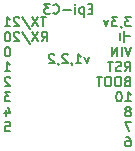
<source format=gbr>
%TF.GenerationSoftware,KiCad,Pcbnew,8.0.4-8.0.4-0~ubuntu24.04.1*%
%TF.CreationDate,2024-08-16T16:11:10+02:00*%
%TF.ProjectId,epi_ESP32 (2023_01_16 13_30_41 UTC),6570695f-4553-4503-9332-202832303233,1_1*%
%TF.SameCoordinates,Original*%
%TF.FileFunction,Legend,Bot*%
%TF.FilePolarity,Positive*%
%FSLAX46Y46*%
G04 Gerber Fmt 4.6, Leading zero omitted, Abs format (unit mm)*
G04 Created by KiCad (PCBNEW 8.0.4-8.0.4-0~ubuntu24.04.1) date 2024-08-16 16:11:10*
%MOMM*%
%LPD*%
G01*
G04 APERTURE LIST*
%ADD10C,0.160000*%
G04 APERTURE END LIST*
D10*
X108670000Y-58120000D02*
X108670000Y-58720000D01*
X108970000Y-58420000D02*
X108970000Y-58920000D01*
X109470000Y-58420000D02*
X108970000Y-58420000D01*
X108970000Y-58420000D02*
X108970000Y-57920000D01*
X109580451Y-65664975D02*
X109047117Y-65664975D01*
X109047117Y-65664975D02*
X109389975Y-66464975D01*
X109618546Y-59314975D02*
X109351879Y-60114975D01*
X109351879Y-60114975D02*
X109085213Y-59314975D01*
X108818546Y-60114975D02*
X108818546Y-59314975D01*
X108437594Y-60114975D02*
X108437594Y-59314975D01*
X108437594Y-59314975D02*
X107980451Y-60114975D01*
X107980451Y-60114975D02*
X107980451Y-59314975D01*
X99342356Y-61929965D02*
X99304260Y-61891870D01*
X99304260Y-61891870D02*
X99228070Y-61853775D01*
X99228070Y-61853775D02*
X99037594Y-61853775D01*
X99037594Y-61853775D02*
X98961403Y-61891870D01*
X98961403Y-61891870D02*
X98923308Y-61929965D01*
X98923308Y-61929965D02*
X98885213Y-62006156D01*
X98885213Y-62006156D02*
X98885213Y-62082346D01*
X98885213Y-62082346D02*
X98923308Y-62196632D01*
X98923308Y-62196632D02*
X99380451Y-62653775D01*
X99380451Y-62653775D02*
X98885213Y-62653775D01*
X109085213Y-63924975D02*
X109542356Y-63924975D01*
X109313784Y-63924975D02*
X109313784Y-63124975D01*
X109313784Y-63124975D02*
X109389975Y-63239260D01*
X109389975Y-63239260D02*
X109466165Y-63315451D01*
X109466165Y-63315451D02*
X109542356Y-63353546D01*
X108589974Y-63124975D02*
X108513784Y-63124975D01*
X108513784Y-63124975D02*
X108437593Y-63163070D01*
X108437593Y-63163070D02*
X108399498Y-63201165D01*
X108399498Y-63201165D02*
X108361403Y-63277356D01*
X108361403Y-63277356D02*
X108323308Y-63429737D01*
X108323308Y-63429737D02*
X108323308Y-63620213D01*
X108323308Y-63620213D02*
X108361403Y-63772594D01*
X108361403Y-63772594D02*
X108399498Y-63848784D01*
X108399498Y-63848784D02*
X108437593Y-63886880D01*
X108437593Y-63886880D02*
X108513784Y-63924975D01*
X108513784Y-63924975D02*
X108589974Y-63924975D01*
X108589974Y-63924975D02*
X108666165Y-63886880D01*
X108666165Y-63886880D02*
X108704260Y-63848784D01*
X108704260Y-63848784D02*
X108742355Y-63772594D01*
X108742355Y-63772594D02*
X108780451Y-63620213D01*
X108780451Y-63620213D02*
X108780451Y-63429737D01*
X108780451Y-63429737D02*
X108742355Y-63277356D01*
X108742355Y-63277356D02*
X108704260Y-63201165D01*
X108704260Y-63201165D02*
X108666165Y-63163070D01*
X108666165Y-63163070D02*
X108589974Y-63124975D01*
X102009022Y-58843775D02*
X102275689Y-58462822D01*
X102466165Y-58843775D02*
X102466165Y-58043775D01*
X102466165Y-58043775D02*
X102161403Y-58043775D01*
X102161403Y-58043775D02*
X102085213Y-58081870D01*
X102085213Y-58081870D02*
X102047118Y-58119965D01*
X102047118Y-58119965D02*
X102009022Y-58196156D01*
X102009022Y-58196156D02*
X102009022Y-58310441D01*
X102009022Y-58310441D02*
X102047118Y-58386632D01*
X102047118Y-58386632D02*
X102085213Y-58424727D01*
X102085213Y-58424727D02*
X102161403Y-58462822D01*
X102161403Y-58462822D02*
X102466165Y-58462822D01*
X101742356Y-58043775D02*
X101209022Y-58843775D01*
X101209022Y-58043775D02*
X101742356Y-58843775D01*
X100332832Y-58005680D02*
X101018546Y-59034251D01*
X100104261Y-58119965D02*
X100066165Y-58081870D01*
X100066165Y-58081870D02*
X99989975Y-58043775D01*
X99989975Y-58043775D02*
X99799499Y-58043775D01*
X99799499Y-58043775D02*
X99723308Y-58081870D01*
X99723308Y-58081870D02*
X99685213Y-58119965D01*
X99685213Y-58119965D02*
X99647118Y-58196156D01*
X99647118Y-58196156D02*
X99647118Y-58272346D01*
X99647118Y-58272346D02*
X99685213Y-58386632D01*
X99685213Y-58386632D02*
X100142356Y-58843775D01*
X100142356Y-58843775D02*
X99647118Y-58843775D01*
X99151879Y-58043775D02*
X99075689Y-58043775D01*
X99075689Y-58043775D02*
X98999498Y-58081870D01*
X98999498Y-58081870D02*
X98961403Y-58119965D01*
X98961403Y-58119965D02*
X98923308Y-58196156D01*
X98923308Y-58196156D02*
X98885213Y-58348537D01*
X98885213Y-58348537D02*
X98885213Y-58539013D01*
X98885213Y-58539013D02*
X98923308Y-58691394D01*
X98923308Y-58691394D02*
X98961403Y-58767584D01*
X98961403Y-58767584D02*
X98999498Y-58805680D01*
X98999498Y-58805680D02*
X99075689Y-58843775D01*
X99075689Y-58843775D02*
X99151879Y-58843775D01*
X99151879Y-58843775D02*
X99228070Y-58805680D01*
X99228070Y-58805680D02*
X99266165Y-58767584D01*
X99266165Y-58767584D02*
X99304260Y-58691394D01*
X99304260Y-58691394D02*
X99342356Y-58539013D01*
X99342356Y-58539013D02*
X99342356Y-58348537D01*
X99342356Y-58348537D02*
X99304260Y-58196156D01*
X99304260Y-58196156D02*
X99266165Y-58119965D01*
X99266165Y-58119965D02*
X99228070Y-58081870D01*
X99228070Y-58081870D02*
X99151879Y-58043775D01*
X99151879Y-59313775D02*
X99075689Y-59313775D01*
X99075689Y-59313775D02*
X98999498Y-59351870D01*
X98999498Y-59351870D02*
X98961403Y-59389965D01*
X98961403Y-59389965D02*
X98923308Y-59466156D01*
X98923308Y-59466156D02*
X98885213Y-59618537D01*
X98885213Y-59618537D02*
X98885213Y-59809013D01*
X98885213Y-59809013D02*
X98923308Y-59961394D01*
X98923308Y-59961394D02*
X98961403Y-60037584D01*
X98961403Y-60037584D02*
X98999498Y-60075680D01*
X98999498Y-60075680D02*
X99075689Y-60113775D01*
X99075689Y-60113775D02*
X99151879Y-60113775D01*
X99151879Y-60113775D02*
X99228070Y-60075680D01*
X99228070Y-60075680D02*
X99266165Y-60037584D01*
X99266165Y-60037584D02*
X99304260Y-59961394D01*
X99304260Y-59961394D02*
X99342356Y-59809013D01*
X99342356Y-59809013D02*
X99342356Y-59618537D01*
X99342356Y-59618537D02*
X99304260Y-59466156D01*
X99304260Y-59466156D02*
X99266165Y-59389965D01*
X99266165Y-59389965D02*
X99228070Y-59351870D01*
X99228070Y-59351870D02*
X99151879Y-59313775D01*
X109389975Y-64737832D02*
X109466165Y-64699737D01*
X109466165Y-64699737D02*
X109504260Y-64661641D01*
X109504260Y-64661641D02*
X109542356Y-64585451D01*
X109542356Y-64585451D02*
X109542356Y-64547356D01*
X109542356Y-64547356D02*
X109504260Y-64471165D01*
X109504260Y-64471165D02*
X109466165Y-64433070D01*
X109466165Y-64433070D02*
X109389975Y-64394975D01*
X109389975Y-64394975D02*
X109237594Y-64394975D01*
X109237594Y-64394975D02*
X109161403Y-64433070D01*
X109161403Y-64433070D02*
X109123308Y-64471165D01*
X109123308Y-64471165D02*
X109085213Y-64547356D01*
X109085213Y-64547356D02*
X109085213Y-64585451D01*
X109085213Y-64585451D02*
X109123308Y-64661641D01*
X109123308Y-64661641D02*
X109161403Y-64699737D01*
X109161403Y-64699737D02*
X109237594Y-64737832D01*
X109237594Y-64737832D02*
X109389975Y-64737832D01*
X109389975Y-64737832D02*
X109466165Y-64775927D01*
X109466165Y-64775927D02*
X109504260Y-64814022D01*
X109504260Y-64814022D02*
X109542356Y-64890213D01*
X109542356Y-64890213D02*
X109542356Y-65042594D01*
X109542356Y-65042594D02*
X109504260Y-65118784D01*
X109504260Y-65118784D02*
X109466165Y-65156880D01*
X109466165Y-65156880D02*
X109389975Y-65194975D01*
X109389975Y-65194975D02*
X109237594Y-65194975D01*
X109237594Y-65194975D02*
X109161403Y-65156880D01*
X109161403Y-65156880D02*
X109123308Y-65118784D01*
X109123308Y-65118784D02*
X109085213Y-65042594D01*
X109085213Y-65042594D02*
X109085213Y-64890213D01*
X109085213Y-64890213D02*
X109123308Y-64814022D01*
X109123308Y-64814022D02*
X109161403Y-64775927D01*
X109161403Y-64775927D02*
X109237594Y-64737832D01*
X109047117Y-61384975D02*
X109313784Y-61004022D01*
X109504260Y-61384975D02*
X109504260Y-60584975D01*
X109504260Y-60584975D02*
X109199498Y-60584975D01*
X109199498Y-60584975D02*
X109123308Y-60623070D01*
X109123308Y-60623070D02*
X109085213Y-60661165D01*
X109085213Y-60661165D02*
X109047117Y-60737356D01*
X109047117Y-60737356D02*
X109047117Y-60851641D01*
X109047117Y-60851641D02*
X109085213Y-60927832D01*
X109085213Y-60927832D02*
X109123308Y-60965927D01*
X109123308Y-60965927D02*
X109199498Y-61004022D01*
X109199498Y-61004022D02*
X109504260Y-61004022D01*
X108742356Y-61346880D02*
X108628070Y-61384975D01*
X108628070Y-61384975D02*
X108437594Y-61384975D01*
X108437594Y-61384975D02*
X108361403Y-61346880D01*
X108361403Y-61346880D02*
X108323308Y-61308784D01*
X108323308Y-61308784D02*
X108285213Y-61232594D01*
X108285213Y-61232594D02*
X108285213Y-61156403D01*
X108285213Y-61156403D02*
X108323308Y-61080213D01*
X108323308Y-61080213D02*
X108361403Y-61042118D01*
X108361403Y-61042118D02*
X108437594Y-61004022D01*
X108437594Y-61004022D02*
X108589975Y-60965927D01*
X108589975Y-60965927D02*
X108666165Y-60927832D01*
X108666165Y-60927832D02*
X108704260Y-60889737D01*
X108704260Y-60889737D02*
X108742356Y-60813546D01*
X108742356Y-60813546D02*
X108742356Y-60737356D01*
X108742356Y-60737356D02*
X108704260Y-60661165D01*
X108704260Y-60661165D02*
X108666165Y-60623070D01*
X108666165Y-60623070D02*
X108589975Y-60584975D01*
X108589975Y-60584975D02*
X108399498Y-60584975D01*
X108399498Y-60584975D02*
X108285213Y-60623070D01*
X108056641Y-60584975D02*
X107599498Y-60584975D01*
X107828070Y-61384975D02*
X107828070Y-60584975D01*
X98961403Y-64660441D02*
X98961403Y-65193775D01*
X99151879Y-64355680D02*
X99342356Y-64927108D01*
X99342356Y-64927108D02*
X98847117Y-64927108D01*
X99380451Y-63123775D02*
X98885213Y-63123775D01*
X98885213Y-63123775D02*
X99151879Y-63428537D01*
X99151879Y-63428537D02*
X99037594Y-63428537D01*
X99037594Y-63428537D02*
X98961403Y-63466632D01*
X98961403Y-63466632D02*
X98923308Y-63504727D01*
X98923308Y-63504727D02*
X98885213Y-63580918D01*
X98885213Y-63580918D02*
X98885213Y-63771394D01*
X98885213Y-63771394D02*
X98923308Y-63847584D01*
X98923308Y-63847584D02*
X98961403Y-63885680D01*
X98961403Y-63885680D02*
X99037594Y-63923775D01*
X99037594Y-63923775D02*
X99266165Y-63923775D01*
X99266165Y-63923775D02*
X99342356Y-63885680D01*
X99342356Y-63885680D02*
X99380451Y-63847584D01*
X106294737Y-56074727D02*
X106028071Y-56074727D01*
X105913785Y-56493775D02*
X106294737Y-56493775D01*
X106294737Y-56493775D02*
X106294737Y-55693775D01*
X106294737Y-55693775D02*
X105913785Y-55693775D01*
X105570927Y-55960441D02*
X105570927Y-56760441D01*
X105570927Y-55998537D02*
X105494737Y-55960441D01*
X105494737Y-55960441D02*
X105342356Y-55960441D01*
X105342356Y-55960441D02*
X105266165Y-55998537D01*
X105266165Y-55998537D02*
X105228070Y-56036632D01*
X105228070Y-56036632D02*
X105189975Y-56112822D01*
X105189975Y-56112822D02*
X105189975Y-56341394D01*
X105189975Y-56341394D02*
X105228070Y-56417584D01*
X105228070Y-56417584D02*
X105266165Y-56455680D01*
X105266165Y-56455680D02*
X105342356Y-56493775D01*
X105342356Y-56493775D02*
X105494737Y-56493775D01*
X105494737Y-56493775D02*
X105570927Y-56455680D01*
X104847117Y-56493775D02*
X104847117Y-55960441D01*
X104847117Y-55693775D02*
X104885213Y-55731870D01*
X104885213Y-55731870D02*
X104847117Y-55769965D01*
X104847117Y-55769965D02*
X104809022Y-55731870D01*
X104809022Y-55731870D02*
X104847117Y-55693775D01*
X104847117Y-55693775D02*
X104847117Y-55769965D01*
X104466165Y-56189013D02*
X103856642Y-56189013D01*
X103018546Y-56417584D02*
X103056642Y-56455680D01*
X103056642Y-56455680D02*
X103170927Y-56493775D01*
X103170927Y-56493775D02*
X103247118Y-56493775D01*
X103247118Y-56493775D02*
X103361404Y-56455680D01*
X103361404Y-56455680D02*
X103437594Y-56379489D01*
X103437594Y-56379489D02*
X103475689Y-56303299D01*
X103475689Y-56303299D02*
X103513785Y-56150918D01*
X103513785Y-56150918D02*
X103513785Y-56036632D01*
X103513785Y-56036632D02*
X103475689Y-55884251D01*
X103475689Y-55884251D02*
X103437594Y-55808060D01*
X103437594Y-55808060D02*
X103361404Y-55731870D01*
X103361404Y-55731870D02*
X103247118Y-55693775D01*
X103247118Y-55693775D02*
X103170927Y-55693775D01*
X103170927Y-55693775D02*
X103056642Y-55731870D01*
X103056642Y-55731870D02*
X103018546Y-55769965D01*
X102751880Y-55693775D02*
X102256642Y-55693775D01*
X102256642Y-55693775D02*
X102523308Y-55998537D01*
X102523308Y-55998537D02*
X102409023Y-55998537D01*
X102409023Y-55998537D02*
X102332832Y-56036632D01*
X102332832Y-56036632D02*
X102294737Y-56074727D01*
X102294737Y-56074727D02*
X102256642Y-56150918D01*
X102256642Y-56150918D02*
X102256642Y-56341394D01*
X102256642Y-56341394D02*
X102294737Y-56417584D01*
X102294737Y-56417584D02*
X102332832Y-56455680D01*
X102332832Y-56455680D02*
X102409023Y-56493775D01*
X102409023Y-56493775D02*
X102637594Y-56493775D01*
X102637594Y-56493775D02*
X102713785Y-56455680D01*
X102713785Y-56455680D02*
X102751880Y-56417584D01*
X109237594Y-62235927D02*
X109123308Y-62274022D01*
X109123308Y-62274022D02*
X109085213Y-62312118D01*
X109085213Y-62312118D02*
X109047117Y-62388308D01*
X109047117Y-62388308D02*
X109047117Y-62502594D01*
X109047117Y-62502594D02*
X109085213Y-62578784D01*
X109085213Y-62578784D02*
X109123308Y-62616880D01*
X109123308Y-62616880D02*
X109199498Y-62654975D01*
X109199498Y-62654975D02*
X109504260Y-62654975D01*
X109504260Y-62654975D02*
X109504260Y-61854975D01*
X109504260Y-61854975D02*
X109237594Y-61854975D01*
X109237594Y-61854975D02*
X109161403Y-61893070D01*
X109161403Y-61893070D02*
X109123308Y-61931165D01*
X109123308Y-61931165D02*
X109085213Y-62007356D01*
X109085213Y-62007356D02*
X109085213Y-62083546D01*
X109085213Y-62083546D02*
X109123308Y-62159737D01*
X109123308Y-62159737D02*
X109161403Y-62197832D01*
X109161403Y-62197832D02*
X109237594Y-62235927D01*
X109237594Y-62235927D02*
X109504260Y-62235927D01*
X108551879Y-61854975D02*
X108399498Y-61854975D01*
X108399498Y-61854975D02*
X108323308Y-61893070D01*
X108323308Y-61893070D02*
X108247117Y-61969260D01*
X108247117Y-61969260D02*
X108209022Y-62121641D01*
X108209022Y-62121641D02*
X108209022Y-62388308D01*
X108209022Y-62388308D02*
X108247117Y-62540689D01*
X108247117Y-62540689D02*
X108323308Y-62616880D01*
X108323308Y-62616880D02*
X108399498Y-62654975D01*
X108399498Y-62654975D02*
X108551879Y-62654975D01*
X108551879Y-62654975D02*
X108628070Y-62616880D01*
X108628070Y-62616880D02*
X108704260Y-62540689D01*
X108704260Y-62540689D02*
X108742356Y-62388308D01*
X108742356Y-62388308D02*
X108742356Y-62121641D01*
X108742356Y-62121641D02*
X108704260Y-61969260D01*
X108704260Y-61969260D02*
X108628070Y-61893070D01*
X108628070Y-61893070D02*
X108551879Y-61854975D01*
X107713784Y-61854975D02*
X107561403Y-61854975D01*
X107561403Y-61854975D02*
X107485213Y-61893070D01*
X107485213Y-61893070D02*
X107409022Y-61969260D01*
X107409022Y-61969260D02*
X107370927Y-62121641D01*
X107370927Y-62121641D02*
X107370927Y-62388308D01*
X107370927Y-62388308D02*
X107409022Y-62540689D01*
X107409022Y-62540689D02*
X107485213Y-62616880D01*
X107485213Y-62616880D02*
X107561403Y-62654975D01*
X107561403Y-62654975D02*
X107713784Y-62654975D01*
X107713784Y-62654975D02*
X107789975Y-62616880D01*
X107789975Y-62616880D02*
X107866165Y-62540689D01*
X107866165Y-62540689D02*
X107904261Y-62388308D01*
X107904261Y-62388308D02*
X107904261Y-62121641D01*
X107904261Y-62121641D02*
X107866165Y-61969260D01*
X107866165Y-61969260D02*
X107789975Y-61893070D01*
X107789975Y-61893070D02*
X107713784Y-61854975D01*
X107142356Y-61854975D02*
X106685213Y-61854975D01*
X106913785Y-62654975D02*
X106913785Y-61854975D01*
X102389975Y-56773775D02*
X101932832Y-56773775D01*
X102161404Y-57573775D02*
X102161404Y-56773775D01*
X101742356Y-56773775D02*
X101209022Y-57573775D01*
X101209022Y-56773775D02*
X101742356Y-57573775D01*
X100332832Y-56735680D02*
X101018546Y-57764251D01*
X100104261Y-56849965D02*
X100066165Y-56811870D01*
X100066165Y-56811870D02*
X99989975Y-56773775D01*
X99989975Y-56773775D02*
X99799499Y-56773775D01*
X99799499Y-56773775D02*
X99723308Y-56811870D01*
X99723308Y-56811870D02*
X99685213Y-56849965D01*
X99685213Y-56849965D02*
X99647118Y-56926156D01*
X99647118Y-56926156D02*
X99647118Y-57002346D01*
X99647118Y-57002346D02*
X99685213Y-57116632D01*
X99685213Y-57116632D02*
X100142356Y-57573775D01*
X100142356Y-57573775D02*
X99647118Y-57573775D01*
X98885213Y-57573775D02*
X99342356Y-57573775D01*
X99113784Y-57573775D02*
X99113784Y-56773775D01*
X99113784Y-56773775D02*
X99189975Y-56888060D01*
X99189975Y-56888060D02*
X99266165Y-56964251D01*
X99266165Y-56964251D02*
X99342356Y-57002346D01*
X109580451Y-56774975D02*
X109085213Y-56774975D01*
X109085213Y-56774975D02*
X109351879Y-57079737D01*
X109351879Y-57079737D02*
X109237594Y-57079737D01*
X109237594Y-57079737D02*
X109161403Y-57117832D01*
X109161403Y-57117832D02*
X109123308Y-57155927D01*
X109123308Y-57155927D02*
X109085213Y-57232118D01*
X109085213Y-57232118D02*
X109085213Y-57422594D01*
X109085213Y-57422594D02*
X109123308Y-57498784D01*
X109123308Y-57498784D02*
X109161403Y-57536880D01*
X109161403Y-57536880D02*
X109237594Y-57574975D01*
X109237594Y-57574975D02*
X109466165Y-57574975D01*
X109466165Y-57574975D02*
X109542356Y-57536880D01*
X109542356Y-57536880D02*
X109580451Y-57498784D01*
X108704260Y-57536880D02*
X108704260Y-57574975D01*
X108704260Y-57574975D02*
X108742355Y-57651165D01*
X108742355Y-57651165D02*
X108780451Y-57689260D01*
X108437594Y-56774975D02*
X107942356Y-56774975D01*
X107942356Y-56774975D02*
X108209022Y-57079737D01*
X108209022Y-57079737D02*
X108094737Y-57079737D01*
X108094737Y-57079737D02*
X108018546Y-57117832D01*
X108018546Y-57117832D02*
X107980451Y-57155927D01*
X107980451Y-57155927D02*
X107942356Y-57232118D01*
X107942356Y-57232118D02*
X107942356Y-57422594D01*
X107942356Y-57422594D02*
X107980451Y-57498784D01*
X107980451Y-57498784D02*
X108018546Y-57536880D01*
X108018546Y-57536880D02*
X108094737Y-57574975D01*
X108094737Y-57574975D02*
X108323308Y-57574975D01*
X108323308Y-57574975D02*
X108399499Y-57536880D01*
X108399499Y-57536880D02*
X108437594Y-57498784D01*
X107675689Y-57041641D02*
X107485213Y-57574975D01*
X107485213Y-57574975D02*
X107294736Y-57041641D01*
X98885213Y-61383775D02*
X99342356Y-61383775D01*
X99113784Y-61383775D02*
X99113784Y-60583775D01*
X99113784Y-60583775D02*
X99189975Y-60698060D01*
X99189975Y-60698060D02*
X99266165Y-60774251D01*
X99266165Y-60774251D02*
X99342356Y-60812346D01*
X106009023Y-60160441D02*
X105818547Y-60693775D01*
X105818547Y-60693775D02*
X105628070Y-60160441D01*
X104904261Y-60693775D02*
X105361404Y-60693775D01*
X105132832Y-60693775D02*
X105132832Y-59893775D01*
X105132832Y-59893775D02*
X105209023Y-60008060D01*
X105209023Y-60008060D02*
X105285213Y-60084251D01*
X105285213Y-60084251D02*
X105361404Y-60122346D01*
X104523308Y-60655680D02*
X104523308Y-60693775D01*
X104523308Y-60693775D02*
X104561403Y-60769965D01*
X104561403Y-60769965D02*
X104599499Y-60808060D01*
X104218547Y-59969965D02*
X104180451Y-59931870D01*
X104180451Y-59931870D02*
X104104261Y-59893775D01*
X104104261Y-59893775D02*
X103913785Y-59893775D01*
X103913785Y-59893775D02*
X103837594Y-59931870D01*
X103837594Y-59931870D02*
X103799499Y-59969965D01*
X103799499Y-59969965D02*
X103761404Y-60046156D01*
X103761404Y-60046156D02*
X103761404Y-60122346D01*
X103761404Y-60122346D02*
X103799499Y-60236632D01*
X103799499Y-60236632D02*
X104256642Y-60693775D01*
X104256642Y-60693775D02*
X103761404Y-60693775D01*
X103380451Y-60655680D02*
X103380451Y-60693775D01*
X103380451Y-60693775D02*
X103418546Y-60769965D01*
X103418546Y-60769965D02*
X103456642Y-60808060D01*
X103075690Y-59969965D02*
X103037594Y-59931870D01*
X103037594Y-59931870D02*
X102961404Y-59893775D01*
X102961404Y-59893775D02*
X102770928Y-59893775D01*
X102770928Y-59893775D02*
X102694737Y-59931870D01*
X102694737Y-59931870D02*
X102656642Y-59969965D01*
X102656642Y-59969965D02*
X102618547Y-60046156D01*
X102618547Y-60046156D02*
X102618547Y-60122346D01*
X102618547Y-60122346D02*
X102656642Y-60236632D01*
X102656642Y-60236632D02*
X103113785Y-60693775D01*
X103113785Y-60693775D02*
X102618547Y-60693775D01*
X109161403Y-66934975D02*
X109313784Y-66934975D01*
X109313784Y-66934975D02*
X109389975Y-66973070D01*
X109389975Y-66973070D02*
X109428070Y-67011165D01*
X109428070Y-67011165D02*
X109504260Y-67125451D01*
X109504260Y-67125451D02*
X109542356Y-67277832D01*
X109542356Y-67277832D02*
X109542356Y-67582594D01*
X109542356Y-67582594D02*
X109504260Y-67658784D01*
X109504260Y-67658784D02*
X109466165Y-67696880D01*
X109466165Y-67696880D02*
X109389975Y-67734975D01*
X109389975Y-67734975D02*
X109237594Y-67734975D01*
X109237594Y-67734975D02*
X109161403Y-67696880D01*
X109161403Y-67696880D02*
X109123308Y-67658784D01*
X109123308Y-67658784D02*
X109085213Y-67582594D01*
X109085213Y-67582594D02*
X109085213Y-67392118D01*
X109085213Y-67392118D02*
X109123308Y-67315927D01*
X109123308Y-67315927D02*
X109161403Y-67277832D01*
X109161403Y-67277832D02*
X109237594Y-67239737D01*
X109237594Y-67239737D02*
X109389975Y-67239737D01*
X109389975Y-67239737D02*
X109466165Y-67277832D01*
X109466165Y-67277832D02*
X109504260Y-67315927D01*
X109504260Y-67315927D02*
X109542356Y-67392118D01*
X98923308Y-65663775D02*
X99304260Y-65663775D01*
X99304260Y-65663775D02*
X99342356Y-66044727D01*
X99342356Y-66044727D02*
X99304260Y-66006632D01*
X99304260Y-66006632D02*
X99228070Y-65968537D01*
X99228070Y-65968537D02*
X99037594Y-65968537D01*
X99037594Y-65968537D02*
X98961403Y-66006632D01*
X98961403Y-66006632D02*
X98923308Y-66044727D01*
X98923308Y-66044727D02*
X98885213Y-66120918D01*
X98885213Y-66120918D02*
X98885213Y-66311394D01*
X98885213Y-66311394D02*
X98923308Y-66387584D01*
X98923308Y-66387584D02*
X98961403Y-66425680D01*
X98961403Y-66425680D02*
X99037594Y-66463775D01*
X99037594Y-66463775D02*
X99228070Y-66463775D01*
X99228070Y-66463775D02*
X99304260Y-66425680D01*
X99304260Y-66425680D02*
X99342356Y-66387584D01*
M02*

</source>
